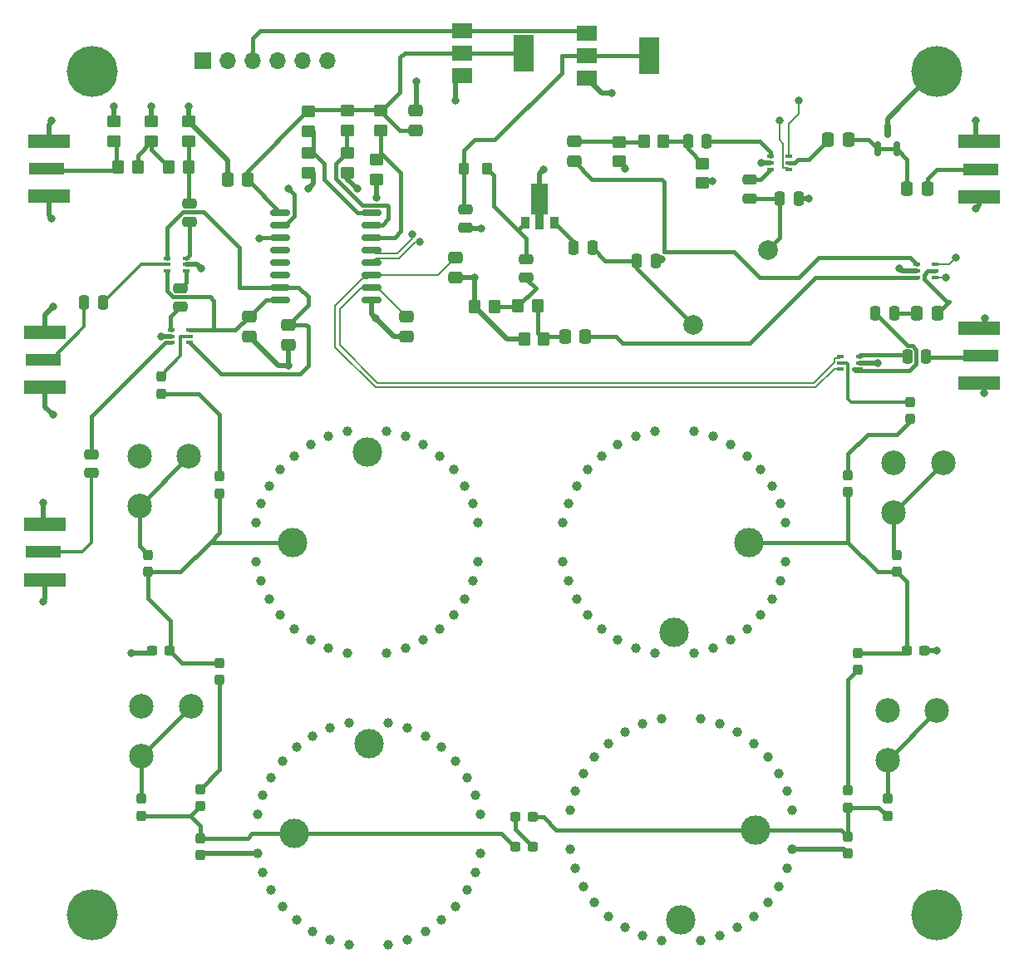
<source format=gbr>
%TF.GenerationSoftware,KiCad,Pcbnew,7.0.7*%
%TF.CreationDate,2023-11-03T16:15:28+00:00*%
%TF.ProjectId,RXLNA,52584c4e-412e-46b6-9963-61645f706362,rev?*%
%TF.SameCoordinates,Original*%
%TF.FileFunction,Copper,L4,Bot*%
%TF.FilePolarity,Positive*%
%FSLAX46Y46*%
G04 Gerber Fmt 4.6, Leading zero omitted, Abs format (unit mm)*
G04 Created by KiCad (PCBNEW 7.0.7) date 2023-11-03 16:15:28*
%MOMM*%
%LPD*%
G01*
G04 APERTURE LIST*
G04 Aperture macros list*
%AMRoundRect*
0 Rectangle with rounded corners*
0 $1 Rounding radius*
0 $2 $3 $4 $5 $6 $7 $8 $9 X,Y pos of 4 corners*
0 Add a 4 corners polygon primitive as box body*
4,1,4,$2,$3,$4,$5,$6,$7,$8,$9,$2,$3,0*
0 Add four circle primitives for the rounded corners*
1,1,$1+$1,$2,$3*
1,1,$1+$1,$4,$5*
1,1,$1+$1,$6,$7*
1,1,$1+$1,$8,$9*
0 Add four rect primitives between the rounded corners*
20,1,$1+$1,$2,$3,$4,$5,0*
20,1,$1+$1,$4,$5,$6,$7,0*
20,1,$1+$1,$6,$7,$8,$9,0*
20,1,$1+$1,$8,$9,$2,$3,0*%
%AMFreePoly0*
4,1,9,3.862500,-0.866500,0.737500,-0.866500,0.737500,-0.450000,-0.737500,-0.450000,-0.737500,0.450000,0.737500,0.450000,0.737500,0.866500,3.862500,0.866500,3.862500,-0.866500,3.862500,-0.866500,$1*%
G04 Aperture macros list end*
%TA.AperFunction,ComponentPad*%
%ADD10C,2.000000*%
%TD*%
%TA.AperFunction,ComponentPad*%
%ADD11C,3.000000*%
%TD*%
%TA.AperFunction,ComponentPad*%
%ADD12C,1.000000*%
%TD*%
%TA.AperFunction,ComponentPad*%
%ADD13C,2.500000*%
%TD*%
%TA.AperFunction,ComponentPad*%
%ADD14R,1.700000X1.700000*%
%TD*%
%TA.AperFunction,ComponentPad*%
%ADD15O,1.700000X1.700000*%
%TD*%
%TA.AperFunction,ComponentPad*%
%ADD16C,5.200000*%
%TD*%
%TA.AperFunction,SMDPad,CuDef*%
%ADD17RoundRect,0.250000X-0.450000X0.350000X-0.450000X-0.350000X0.450000X-0.350000X0.450000X0.350000X0*%
%TD*%
%TA.AperFunction,SMDPad,CuDef*%
%ADD18RoundRect,0.250000X0.475000X-0.250000X0.475000X0.250000X-0.475000X0.250000X-0.475000X-0.250000X0*%
%TD*%
%TA.AperFunction,SMDPad,CuDef*%
%ADD19R,2.000000X1.500000*%
%TD*%
%TA.AperFunction,SMDPad,CuDef*%
%ADD20R,2.000000X3.800000*%
%TD*%
%TA.AperFunction,SMDPad,CuDef*%
%ADD21RoundRect,0.250000X0.337500X0.475000X-0.337500X0.475000X-0.337500X-0.475000X0.337500X-0.475000X0*%
%TD*%
%TA.AperFunction,SMDPad,CuDef*%
%ADD22RoundRect,0.250000X-0.475000X0.250000X-0.475000X-0.250000X0.475000X-0.250000X0.475000X0.250000X0*%
%TD*%
%TA.AperFunction,SMDPad,CuDef*%
%ADD23RoundRect,0.237500X-0.300000X-0.237500X0.300000X-0.237500X0.300000X0.237500X-0.300000X0.237500X0*%
%TD*%
%TA.AperFunction,SMDPad,CuDef*%
%ADD24RoundRect,0.250000X0.450000X-0.350000X0.450000X0.350000X-0.450000X0.350000X-0.450000X-0.350000X0*%
%TD*%
%TA.AperFunction,SMDPad,CuDef*%
%ADD25R,0.650000X0.400000*%
%TD*%
%TA.AperFunction,SMDPad,CuDef*%
%ADD26R,3.600000X1.270000*%
%TD*%
%TA.AperFunction,SMDPad,CuDef*%
%ADD27R,4.200000X1.350000*%
%TD*%
%TA.AperFunction,SMDPad,CuDef*%
%ADD28RoundRect,0.237500X0.300000X0.237500X-0.300000X0.237500X-0.300000X-0.237500X0.300000X-0.237500X0*%
%TD*%
%TA.AperFunction,SMDPad,CuDef*%
%ADD29RoundRect,0.250000X-0.250000X-0.475000X0.250000X-0.475000X0.250000X0.475000X-0.250000X0.475000X0*%
%TD*%
%TA.AperFunction,SMDPad,CuDef*%
%ADD30RoundRect,0.250000X-0.350000X-0.450000X0.350000X-0.450000X0.350000X0.450000X-0.350000X0.450000X0*%
%TD*%
%TA.AperFunction,SMDPad,CuDef*%
%ADD31RoundRect,0.250000X0.250000X0.475000X-0.250000X0.475000X-0.250000X-0.475000X0.250000X-0.475000X0*%
%TD*%
%TA.AperFunction,SMDPad,CuDef*%
%ADD32RoundRect,0.250000X0.475000X-0.337500X0.475000X0.337500X-0.475000X0.337500X-0.475000X-0.337500X0*%
%TD*%
%TA.AperFunction,SMDPad,CuDef*%
%ADD33RoundRect,0.237500X0.237500X-0.300000X0.237500X0.300000X-0.237500X0.300000X-0.237500X-0.300000X0*%
%TD*%
%TA.AperFunction,SMDPad,CuDef*%
%ADD34RoundRect,0.250000X0.350000X0.450000X-0.350000X0.450000X-0.350000X-0.450000X0.350000X-0.450000X0*%
%TD*%
%TA.AperFunction,SMDPad,CuDef*%
%ADD35RoundRect,0.250000X-0.475000X0.337500X-0.475000X-0.337500X0.475000X-0.337500X0.475000X0.337500X0*%
%TD*%
%TA.AperFunction,SMDPad,CuDef*%
%ADD36RoundRect,0.250000X-0.275000X-0.350000X0.275000X-0.350000X0.275000X0.350000X-0.275000X0.350000X0*%
%TD*%
%TA.AperFunction,SMDPad,CuDef*%
%ADD37RoundRect,0.150000X0.150000X-0.587500X0.150000X0.587500X-0.150000X0.587500X-0.150000X-0.587500X0*%
%TD*%
%TA.AperFunction,SMDPad,CuDef*%
%ADD38RoundRect,0.237500X-0.237500X0.300000X-0.237500X-0.300000X0.237500X-0.300000X0.237500X0.300000X0*%
%TD*%
%TA.AperFunction,SMDPad,CuDef*%
%ADD39RoundRect,0.150000X0.875000X0.150000X-0.875000X0.150000X-0.875000X-0.150000X0.875000X-0.150000X0*%
%TD*%
%TA.AperFunction,SMDPad,CuDef*%
%ADD40R,0.900000X1.300000*%
%TD*%
%TA.AperFunction,SMDPad,CuDef*%
%ADD41FreePoly0,90.000000*%
%TD*%
%TA.AperFunction,ViaPad*%
%ADD42C,0.800000*%
%TD*%
%TA.AperFunction,Conductor*%
%ADD43C,0.500000*%
%TD*%
%TA.AperFunction,Conductor*%
%ADD44C,0.400000*%
%TD*%
%TA.AperFunction,Conductor*%
%ADD45C,0.300000*%
%TD*%
%TA.AperFunction,Conductor*%
%ADD46C,0.200000*%
%TD*%
G04 APERTURE END LIST*
D10*
%TO.P,L401,1,1*%
%TO.N,Net-(C416-Pad1)*%
X175810000Y-83190000D03*
%TO.P,L401,2,2*%
%TO.N,Net-(C418-Pad1)*%
X168190000Y-90810000D03*
%TD*%
D11*
%TO.P,L403,1,1*%
%TO.N,Net-(C426-Pad1)*%
X127380000Y-113000000D03*
D12*
%TO.P,L403,2,2*%
%TO.N,GND*%
X126190489Y-120392058D03*
X143809511Y-105607942D03*
X126190489Y-105607942D03*
X140750000Y-103040708D03*
X136996954Y-101674711D03*
X146325289Y-114996954D03*
X143809511Y-120392058D03*
X124193535Y-116933232D03*
X144959292Y-107250000D03*
X133003046Y-101674711D03*
X146325289Y-111003046D03*
X127607942Y-104190489D03*
X127607942Y-121809511D03*
X131066768Y-102193535D03*
X129250000Y-122959292D03*
X123674711Y-111003046D03*
X138933232Y-102193535D03*
D11*
X135000000Y-103800000D03*
D12*
X142392058Y-104190489D03*
X129250000Y-103040708D03*
X140750000Y-122959292D03*
X145806465Y-109066768D03*
X138933232Y-123806465D03*
X131066768Y-123806465D03*
X145806465Y-116933232D03*
X125040708Y-118750000D03*
X142392058Y-121809511D03*
X124193535Y-109066768D03*
X144959292Y-118750000D03*
X125040708Y-107250000D03*
X133003046Y-124325289D03*
X136996954Y-124325289D03*
X123674711Y-114996954D03*
%TD*%
D13*
%TO.P,C439,1*%
%TO.N,Net-(C438-Pad2)*%
X188000000Y-135240000D03*
X193070000Y-130160000D03*
%TO.P,C439,2*%
%TO.N,GND*%
X188000000Y-130160000D03*
%TD*%
%TO.P,C429,1*%
%TO.N,Net-(C428-Pad2)*%
X111800000Y-109280000D03*
X116870000Y-104200000D03*
%TO.P,C429,2*%
%TO.N,GND*%
X111800000Y-104200000D03*
%TD*%
D11*
%TO.P,L406,1,1*%
%TO.N,Net-(C441-Pad1)*%
X173920000Y-113000000D03*
D12*
%TO.P,L406,2,2*%
%TO.N,GND*%
X162366768Y-102193535D03*
X160550000Y-122959292D03*
X155493535Y-109066768D03*
X156340708Y-107250000D03*
D11*
X166300000Y-122200000D03*
D12*
X177106465Y-116933232D03*
X175109511Y-120392058D03*
X164303046Y-101674711D03*
X176259292Y-107250000D03*
X156340708Y-118750000D03*
X176259292Y-118750000D03*
X173692058Y-104190489D03*
X158907942Y-104190489D03*
X172050000Y-122959292D03*
X168296954Y-101674711D03*
X157490489Y-120392058D03*
X172050000Y-103040708D03*
X173692058Y-121809511D03*
X160550000Y-103040708D03*
X177106465Y-109066768D03*
X154974711Y-111003046D03*
X168296954Y-124325289D03*
X154974711Y-114996954D03*
X175109511Y-105607942D03*
X170233232Y-102193535D03*
X162366768Y-123806465D03*
X177625289Y-111003046D03*
X177625289Y-114996954D03*
X155493535Y-116933232D03*
X164303046Y-124325289D03*
X157490489Y-105607942D03*
X158907942Y-121809511D03*
X170233232Y-123806465D03*
%TD*%
D13*
%TO.P,C444,1*%
%TO.N,Net-(C443-Pad2)*%
X193730000Y-104860000D03*
X188660000Y-109940000D03*
%TO.P,C444,2*%
%TO.N,GND*%
X188660000Y-104860000D03*
%TD*%
D14*
%TO.P,J404,1,Pin_1*%
%TO.N,GND*%
X118300000Y-63900000D03*
D15*
%TO.P,J404,2,Pin_2*%
X120840000Y-63900000D03*
%TO.P,J404,3,Pin_3*%
%TO.N,+12V*%
X123380000Y-63900000D03*
%TO.P,J404,4,Pin_4*%
%TO.N,GND*%
X125920000Y-63900000D03*
%TO.P,J404,5,Pin_5*%
%TO.N,/PIN Switch/SCL_Slave*%
X128460000Y-63900000D03*
%TO.P,J404,6,Pin_6*%
%TO.N,/PIN Switch/SDA_Slave*%
X131000000Y-63900000D03*
%TD*%
D11*
%TO.P,L405,1,1*%
%TO.N,Net-(C436-Pad1)*%
X174620000Y-142300000D03*
D12*
%TO.P,L405,2,2*%
%TO.N,GND*%
X168996954Y-130974711D03*
X176959292Y-148050000D03*
X175809511Y-134907942D03*
X161250000Y-152259292D03*
X178325289Y-144296954D03*
X156193535Y-138366768D03*
X176959292Y-136550000D03*
X177806465Y-138366768D03*
X155674711Y-140303046D03*
X172750000Y-132340708D03*
X159607942Y-151109511D03*
X174392058Y-133490489D03*
D11*
X167000000Y-151500000D03*
D12*
X158190489Y-149692058D03*
X170933232Y-153106465D03*
X175809511Y-149692058D03*
X155674711Y-144296954D03*
X157040708Y-148050000D03*
X161250000Y-132340708D03*
X158190489Y-134907942D03*
X165003046Y-130974711D03*
X178325289Y-140303046D03*
X159607942Y-133490489D03*
X174392058Y-151109511D03*
X170933232Y-131493535D03*
X177806465Y-146233232D03*
X156193535Y-146233232D03*
X168996954Y-153625289D03*
X163066768Y-131493535D03*
X165003046Y-153625289D03*
X157040708Y-136550000D03*
X172750000Y-152259292D03*
X163066768Y-153106465D03*
%TD*%
D11*
%TO.P,L404,1,1*%
%TO.N,Net-(C431-Pad1)*%
X127580000Y-142700000D03*
D12*
%TO.P,L404,2,2*%
%TO.N,GND*%
X124393535Y-138766768D03*
X146006465Y-146633232D03*
X146525289Y-144696954D03*
X131266768Y-153506465D03*
X129450000Y-152659292D03*
X145159292Y-136950000D03*
X124393535Y-146633232D03*
X127807942Y-151509511D03*
X144009511Y-150092058D03*
X127807942Y-133890489D03*
D11*
X135200000Y-133500000D03*
D12*
X125240708Y-148450000D03*
X139133232Y-131893535D03*
X133203046Y-154025289D03*
X146525289Y-140703046D03*
X123874711Y-140703046D03*
X140950000Y-152659292D03*
X142592058Y-151509511D03*
X145159292Y-148450000D03*
X131266768Y-131893535D03*
X133203046Y-131374711D03*
X129450000Y-132740708D03*
X137196954Y-131374711D03*
X126390489Y-150092058D03*
X139133232Y-153506465D03*
X126390489Y-135307942D03*
X140950000Y-132740708D03*
X125240708Y-136950000D03*
X137196954Y-154025289D03*
X142592058Y-133890489D03*
X123874711Y-144696954D03*
X146006465Y-138766768D03*
X144009511Y-135307942D03*
%TD*%
D13*
%TO.P,C434,1*%
%TO.N,Net-(C433-Pad2)*%
X112030000Y-134780000D03*
X117100000Y-129700000D03*
%TO.P,C434,2*%
%TO.N,GND*%
X112030000Y-129700000D03*
%TD*%
D16*
%TO.P,J405,1,Pin_1*%
%TO.N,GND*%
X193000000Y-151000000D03*
X193000000Y-65000000D03*
X107000000Y-151000000D03*
X107000000Y-65000000D03*
%TD*%
D17*
%TO.P,R406,1*%
%TO.N,+3.3V*%
X129000000Y-69120000D03*
%TO.P,R406,2*%
%TO.N,Net-(U406-A0)*%
X129000000Y-71120000D03*
%TD*%
D18*
%TO.P,C404,1*%
%TO.N,Net-(U402-J2)*%
X116000000Y-89000000D03*
%TO.P,C404,2*%
%TO.N,Net-(U401-J2)*%
X116000000Y-87100000D03*
%TD*%
D19*
%TO.P,U405,1,GND*%
%TO.N,GND*%
X144650000Y-65460000D03*
D20*
%TO.P,U405,2,VO*%
%TO.N,+3.3V*%
X150950000Y-63160000D03*
D19*
X144650000Y-63160000D03*
%TO.P,U405,3,VI*%
%TO.N,+12V*%
X144650000Y-60860000D03*
%TD*%
D21*
%TO.P,C424,1*%
%TO.N,Net-(U409-J1)*%
X193100000Y-89700000D03*
%TO.P,C424,2*%
%TO.N,Rx_LNA_OP*%
X191025000Y-89700000D03*
%TD*%
D17*
%TO.P,R408,1*%
%TO.N,+3.3V*%
X133000000Y-69020000D03*
%TO.P,R408,2*%
%TO.N,Net-(U406-A1)*%
X133000000Y-71020000D03*
%TD*%
D19*
%TO.P,U403,1,GND*%
%TO.N,GND*%
X157400000Y-65700000D03*
D20*
%TO.P,U403,2,VO*%
%TO.N,+5V*%
X163700000Y-63400000D03*
D19*
X157400000Y-63400000D03*
%TO.P,U403,3,VI*%
%TO.N,+12V*%
X157400000Y-61100000D03*
%TD*%
D18*
%TO.P,C416,1*%
%TO.N,Net-(C416-Pad1)*%
X174000000Y-77950000D03*
%TO.P,C416,2*%
%TO.N,/LNA/+25dBm max*%
X174000000Y-76050000D03*
%TD*%
D22*
%TO.P,C421,1*%
%TO.N,Net-(C421-Pad1)*%
X151250000Y-84140000D03*
%TO.P,C421,2*%
%TO.N,Net-(C421-Pad2)*%
X151250000Y-86040000D03*
%TD*%
D23*
%TO.P,C442,1*%
%TO.N,Net-(C441-Pad1)*%
X190000000Y-124000000D03*
%TO.P,C442,2*%
%TO.N,GND*%
X191725000Y-124000000D03*
%TD*%
D24*
%TO.P,R403,1*%
%TO.N,Net-(R402-Pad1)*%
X113030000Y-72120000D03*
%TO.P,R403,2*%
%TO.N,GND*%
X113030000Y-70120000D03*
%TD*%
D17*
%TO.P,R411,1*%
%TO.N,Net-(U406-A2)*%
X136000000Y-74000000D03*
%TO.P,R411,2*%
%TO.N,GND*%
X136000000Y-76000000D03*
%TD*%
%TO.P,R414,1*%
%TO.N,Net-(C423-Pad2)*%
X160700000Y-72200000D03*
%TO.P,R414,2*%
%TO.N,GND*%
X160700000Y-74200000D03*
%TD*%
D21*
%TO.P,C411,1*%
%TO.N,+3.3V*%
X122847500Y-76000000D03*
%TO.P,C411,2*%
%TO.N,GND*%
X120772500Y-76000000D03*
%TD*%
D25*
%TO.P,U402,1,J3*%
%TO.N,Net-(U402-J3)*%
X115050000Y-92650000D03*
%TO.P,U402,2,GND*%
%TO.N,GND*%
X115050000Y-92000000D03*
%TO.P,U402,3,J2*%
%TO.N,Net-(U402-J2)*%
X115050000Y-91350000D03*
%TO.P,U402,4,V1*%
%TO.N,/PIN Switch/Tx_Enable*%
X116950000Y-91350000D03*
%TO.P,U402,5,J1*%
%TO.N,BPF_In*%
X116950000Y-92000000D03*
%TO.P,U402,6,V2*%
%TO.N,/PIN Switch/Rx_Enable*%
X116950000Y-92650000D03*
%TD*%
D21*
%TO.P,C413,1*%
%TO.N,RxIP*%
X192075000Y-77000000D03*
%TO.P,C413,2*%
%TO.N,/LNA/PIN Limiter*%
X190000000Y-77000000D03*
%TD*%
D26*
%TO.P,J407,1,In*%
%TO.N,RxIP*%
X197537500Y-75000000D03*
D27*
%TO.P,J407,2,Ext*%
%TO.N,GND*%
X197337500Y-72175000D03*
X197337500Y-77825000D03*
%TD*%
D28*
%TO.P,C435,1*%
%TO.N,Net-(C435-Pad1)*%
X151862500Y-144000000D03*
%TO.P,C435,2*%
%TO.N,Net-(C431-Pad1)*%
X150137500Y-144000000D03*
%TD*%
D25*
%TO.P,U401,1,J3*%
%TO.N,Net-(U401-J3)*%
X116550000Y-84050000D03*
%TO.P,U401,2,GND*%
%TO.N,GND*%
X116550000Y-84700000D03*
%TO.P,U401,3,J2*%
%TO.N,Net-(U401-J2)*%
X116550000Y-85350000D03*
%TO.P,U401,4,V1*%
%TO.N,/PIN Switch/Tx_Enable*%
X114650000Y-85350000D03*
%TO.P,U401,5,J1*%
%TO.N,Net-(U401-J1)*%
X114650000Y-84700000D03*
%TO.P,U401,6,V2*%
%TO.N,/PIN Switch/Rx_Enable*%
X114650000Y-84050000D03*
%TD*%
D26*
%TO.P,J401,1,In*%
%TO.N,/PIN Switch/LimeRx*%
X102000000Y-94400000D03*
D27*
%TO.P,J401,2,Ext*%
%TO.N,GND*%
X102200000Y-91575000D03*
X102200000Y-97225000D03*
%TD*%
D17*
%TO.P,R409,1*%
%TO.N,Net-(U406-A1)*%
X133000000Y-73320000D03*
%TO.P,R409,2*%
%TO.N,GND*%
X133000000Y-75320000D03*
%TD*%
D28*
%TO.P,C427,1*%
%TO.N,Net-(C426-Pad1)*%
X114862500Y-124000000D03*
%TO.P,C427,2*%
%TO.N,GND*%
X113137500Y-124000000D03*
%TD*%
D26*
%TO.P,J403,1,In*%
%TO.N,Net-(J403-In)*%
X102382500Y-74930000D03*
D27*
%TO.P,J403,2,Ext*%
%TO.N,GND*%
X102582500Y-72105000D03*
X102582500Y-77755000D03*
%TD*%
D29*
%TO.P,C418,1*%
%TO.N,Net-(C418-Pad1)*%
X162500000Y-84300000D03*
%TO.P,C418,2*%
%TO.N,GND*%
X164400000Y-84300000D03*
%TD*%
D30*
%TO.P,R416,1*%
%TO.N,Net-(C421-Pad2)*%
X150400000Y-88900000D03*
%TO.P,R416,2*%
%TO.N,Net-(C422-Pad2)*%
X152400000Y-88900000D03*
%TD*%
D24*
%TO.P,R401,1*%
%TO.N,Net-(C403-Pad2)*%
X116840000Y-72120000D03*
%TO.P,R401,2*%
%TO.N,GND*%
X116840000Y-70120000D03*
%TD*%
D31*
%TO.P,C415,1*%
%TO.N,Net-(U407-J2)*%
X169600000Y-72100000D03*
%TO.P,C415,2*%
%TO.N,Net-(C415-Pad2)*%
X167700000Y-72100000D03*
%TD*%
D25*
%TO.P,U407,1,J3*%
%TO.N,/LNA/+25dBm max*%
X176100000Y-75000000D03*
%TO.P,U407,2,GND*%
%TO.N,GND*%
X176100000Y-74350000D03*
%TO.P,U407,3,J2*%
%TO.N,Net-(U407-J2)*%
X176100000Y-73700000D03*
%TO.P,U407,4,V1*%
%TO.N,LNA_N*%
X178000000Y-73700000D03*
%TO.P,U407,5,J1*%
%TO.N,Net-(U407-J1)*%
X178000000Y-74350000D03*
%TO.P,U407,6,V2*%
%TO.N,LNA_P*%
X178000000Y-75000000D03*
%TD*%
%TO.P,U404,1,J3*%
%TO.N,Net-(U404-J3)*%
X185150000Y-94050000D03*
%TO.P,U404,2,GND*%
%TO.N,GND*%
X185150000Y-94700000D03*
%TO.P,U404,3,J2*%
%TO.N,Net-(U404-J2)*%
X185150000Y-95350000D03*
%TO.P,U404,4,V1*%
%TO.N,/PIN Switch/Tx_P*%
X183250000Y-95350000D03*
%TO.P,U404,5,J1*%
%TO.N,BPF_Out*%
X183250000Y-94700000D03*
%TO.P,U404,6,V2*%
%TO.N,/PIN Switch/Tx_N*%
X183250000Y-94050000D03*
%TD*%
D32*
%TO.P,C409,1*%
%TO.N,+3.3V*%
X139962500Y-71037500D03*
%TO.P,C409,2*%
%TO.N,GND*%
X139962500Y-68962500D03*
%TD*%
D33*
%TO.P,C438,1*%
%TO.N,Net-(C436-Pad1)*%
X188000000Y-140862500D03*
%TO.P,C438,2*%
%TO.N,Net-(C438-Pad2)*%
X188000000Y-139137500D03*
%TD*%
D29*
%TO.P,C419,1*%
%TO.N,Net-(C419-Pad1)*%
X156050000Y-83000000D03*
%TO.P,C419,2*%
%TO.N,Net-(C418-Pad1)*%
X157950000Y-83000000D03*
%TD*%
D32*
%TO.P,C423,1*%
%TO.N,Net-(U409-J2)*%
X156100000Y-74175000D03*
%TO.P,C423,2*%
%TO.N,Net-(C423-Pad2)*%
X156100000Y-72100000D03*
%TD*%
D24*
%TO.P,R405,1*%
%TO.N,Net-(J403-In)*%
X109220000Y-72120000D03*
%TO.P,R405,2*%
%TO.N,GND*%
X109220000Y-70120000D03*
%TD*%
D34*
%TO.P,R415,1*%
%TO.N,Net-(C421-Pad2)*%
X148000000Y-89000000D03*
%TO.P,R415,2*%
%TO.N,GND*%
X146000000Y-89000000D03*
%TD*%
D18*
%TO.P,C403,1*%
%TO.N,Net-(U401-J3)*%
X116900000Y-80350000D03*
%TO.P,C403,2*%
%TO.N,Net-(C403-Pad2)*%
X116900000Y-78450000D03*
%TD*%
D35*
%TO.P,C407,1*%
%TO.N,/PIN Switch/Tx_N*%
X139000000Y-89962500D03*
%TO.P,C407,2*%
%TO.N,GND*%
X139000000Y-92037500D03*
%TD*%
D34*
%TO.P,R417,1*%
%TO.N,Net-(C422-Pad2)*%
X153000000Y-92300000D03*
%TO.P,R417,2*%
%TO.N,GND*%
X151000000Y-92300000D03*
%TD*%
D26*
%TO.P,J406,1,In*%
%TO.N,/PIN Switch/Tx_Drive*%
X197537500Y-93980000D03*
D27*
%TO.P,J406,2,Ext*%
%TO.N,GND*%
X197337500Y-91155000D03*
X197337500Y-96805000D03*
%TD*%
D33*
%TO.P,C431,1*%
%TO.N,Net-(C431-Pad1)*%
X118000000Y-139862500D03*
%TO.P,C431,2*%
%TO.N,Net-(C430-Pad1)*%
X118000000Y-138137500D03*
%TD*%
D25*
%TO.P,U409,1,J3*%
%TO.N,Net-(U409-J3)*%
X191000000Y-86000000D03*
%TO.P,U409,2,GND*%
%TO.N,GND*%
X191000000Y-85350000D03*
%TO.P,U409,3,J2*%
%TO.N,Net-(U409-J2)*%
X191000000Y-84700000D03*
%TO.P,U409,4,V1*%
%TO.N,LNA_N*%
X192900000Y-84700000D03*
%TO.P,U409,5,J1*%
%TO.N,Net-(U409-J1)*%
X192900000Y-85350000D03*
%TO.P,U409,6,V2*%
%TO.N,LNA_P*%
X192900000Y-86000000D03*
%TD*%
D29*
%TO.P,C412,1*%
%TO.N,Net-(U404-J2)*%
X186800000Y-89700000D03*
%TO.P,C412,2*%
%TO.N,Rx_LNA_OP*%
X188700000Y-89700000D03*
%TD*%
D30*
%TO.P,R402,1*%
%TO.N,Net-(R402-Pad1)*%
X114840000Y-74760000D03*
%TO.P,R402,2*%
%TO.N,Net-(C403-Pad2)*%
X116840000Y-74760000D03*
%TD*%
D36*
%TO.P,L402,1,1*%
%TO.N,+5V*%
X144900000Y-74930000D03*
%TO.P,L402,2,2*%
%TO.N,Net-(C421-Pad1)*%
X147200000Y-74930000D03*
%TD*%
D17*
%TO.P,R410,1*%
%TO.N,+3.3V*%
X136420000Y-69000000D03*
%TO.P,R410,2*%
%TO.N,Net-(U406-A2)*%
X136420000Y-71000000D03*
%TD*%
D37*
%TO.P,D401,1,K*%
%TO.N,/LNA/PIN Limiter*%
X188950000Y-72937500D03*
%TO.P,D401,2,K*%
X187050000Y-72937500D03*
%TO.P,D401,3,A*%
%TO.N,GND*%
X188000000Y-71062500D03*
%TD*%
D29*
%TO.P,C410,1*%
%TO.N,Net-(U404-J3)*%
X190050000Y-94100000D03*
%TO.P,C410,2*%
%TO.N,/PIN Switch/Tx_Drive*%
X191950000Y-94100000D03*
%TD*%
D22*
%TO.P,C420,1*%
%TO.N,+5V*%
X145000000Y-79050000D03*
%TO.P,C420,2*%
%TO.N,GND*%
X145000000Y-80950000D03*
%TD*%
D38*
%TO.P,C446,1*%
%TO.N,BPF_Out*%
X190300000Y-98700000D03*
%TO.P,C446,2*%
%TO.N,Net-(C445-Pad1)*%
X190300000Y-100425000D03*
%TD*%
D35*
%TO.P,C405,1*%
%TO.N,/PIN Switch/Rx_Enable*%
X127000000Y-90805000D03*
%TO.P,C405,2*%
%TO.N,GND*%
X127000000Y-92880000D03*
%TD*%
D39*
%TO.P,U406,1,A0*%
%TO.N,Net-(U406-A0)*%
X135460000Y-79375000D03*
%TO.P,U406,2,A1*%
%TO.N,Net-(U406-A1)*%
X135460000Y-80645000D03*
%TO.P,U406,3,A2*%
%TO.N,Net-(U406-A2)*%
X135460000Y-81915000D03*
%TO.P,U406,4,P0*%
%TO.N,LNA_N*%
X135460000Y-83185000D03*
%TO.P,U406,5,P1*%
%TO.N,LNA_P*%
X135460000Y-84455000D03*
%TO.P,U406,6,P2*%
%TO.N,/PIN Switch/Tx_P*%
X135460000Y-85725000D03*
%TO.P,U406,7,P3*%
%TO.N,/PIN Switch/Tx_N*%
X135460000Y-86995000D03*
%TO.P,U406,8,VSS*%
%TO.N,GND*%
X135460000Y-88265000D03*
%TO.P,U406,9,P4*%
%TO.N,/PIN Switch/Tx_Enable*%
X126160000Y-88265000D03*
%TO.P,U406,10,P5*%
%TO.N,/PIN Switch/Rx_Enable*%
X126160000Y-86995000D03*
%TO.P,U406,11,P6*%
%TO.N,unconnected-(U406-P6-Pad11)*%
X126160000Y-85725000D03*
%TO.P,U406,12,P7*%
%TO.N,unconnected-(U406-P7-Pad12)*%
X126160000Y-84455000D03*
%TO.P,U406,13,~{INT}*%
%TO.N,unconnected-(U406-~{INT}-Pad13)*%
X126160000Y-83185000D03*
%TO.P,U406,14,SCL*%
%TO.N,/PIN Switch/SCL_Slave*%
X126160000Y-81915000D03*
%TO.P,U406,15,SDA*%
%TO.N,/PIN Switch/SDA_Slave*%
X126160000Y-80645000D03*
%TO.P,U406,16,VDD*%
%TO.N,+3.3V*%
X126160000Y-79375000D03*
%TD*%
D33*
%TO.P,C425,1*%
%TO.N,Net-(C425-Pad1)*%
X114000000Y-97862500D03*
%TO.P,C425,2*%
%TO.N,BPF_In*%
X114000000Y-96137500D03*
%TD*%
D21*
%TO.P,C422,1*%
%TO.N,Net-(U409-J3)*%
X157247500Y-92000000D03*
%TO.P,C422,2*%
%TO.N,Net-(C422-Pad2)*%
X155172500Y-92000000D03*
%TD*%
D33*
%TO.P,C443,1*%
%TO.N,Net-(C441-Pad1)*%
X189000000Y-116000000D03*
%TO.P,C443,2*%
%TO.N,Net-(C443-Pad2)*%
X189000000Y-114275000D03*
%TD*%
D26*
%TO.P,J402,1,In*%
%TO.N,/PIN Switch/LimeTx*%
X102000000Y-114000000D03*
D27*
%TO.P,J402,2,Ext*%
%TO.N,GND*%
X102200000Y-111175000D03*
X102200000Y-116825000D03*
%TD*%
D34*
%TO.P,R413,1*%
%TO.N,Net-(C415-Pad2)*%
X165200000Y-72100000D03*
%TO.P,R413,2*%
%TO.N,Net-(C423-Pad2)*%
X163200000Y-72100000D03*
%TD*%
D35*
%TO.P,C408,1*%
%TO.N,/PIN Switch/Tx_P*%
X144000000Y-83962500D03*
%TO.P,C408,2*%
%TO.N,GND*%
X144000000Y-86037500D03*
%TD*%
%TO.P,C406,1*%
%TO.N,/PIN Switch/Tx_Enable*%
X123000000Y-89962500D03*
%TO.P,C406,2*%
%TO.N,GND*%
X123000000Y-92037500D03*
%TD*%
D22*
%TO.P,C402,1*%
%TO.N,Net-(U402-J3)*%
X106950000Y-104050000D03*
%TO.P,C402,2*%
%TO.N,/PIN Switch/LimeTx*%
X106950000Y-105950000D03*
%TD*%
D21*
%TO.P,C414,1*%
%TO.N,/LNA/PIN Limiter*%
X184037500Y-72000000D03*
%TO.P,C414,2*%
%TO.N,Net-(U407-J1)*%
X181962500Y-72000000D03*
%TD*%
D38*
%TO.P,C445,1*%
%TO.N,Net-(C445-Pad1)*%
X184000000Y-106137500D03*
%TO.P,C445,2*%
%TO.N,Net-(C441-Pad1)*%
X184000000Y-107862500D03*
%TD*%
%TO.P,C441,1*%
%TO.N,Net-(C441-Pad1)*%
X185000000Y-124275000D03*
%TO.P,C441,2*%
%TO.N,Net-(C440-Pad1)*%
X185000000Y-126000000D03*
%TD*%
D30*
%TO.P,R404,1*%
%TO.N,Net-(J403-In)*%
X109640000Y-74760000D03*
%TO.P,R404,2*%
%TO.N,Net-(R402-Pad1)*%
X111640000Y-74760000D03*
%TD*%
D33*
%TO.P,C430,1*%
%TO.N,Net-(C430-Pad1)*%
X120000000Y-127000000D03*
%TO.P,C430,2*%
%TO.N,Net-(C426-Pad1)*%
X120000000Y-125275000D03*
%TD*%
D17*
%TO.P,R412,1*%
%TO.N,Net-(C415-Pad2)*%
X169200000Y-74400000D03*
%TO.P,R412,2*%
%TO.N,GND*%
X169200000Y-76400000D03*
%TD*%
D33*
%TO.P,C433,1*%
%TO.N,Net-(C431-Pad1)*%
X112000000Y-140862500D03*
%TO.P,C433,2*%
%TO.N,Net-(C433-Pad2)*%
X112000000Y-139137500D03*
%TD*%
D38*
%TO.P,C432,1*%
%TO.N,Net-(C431-Pad1)*%
X118000000Y-143137500D03*
%TO.P,C432,2*%
%TO.N,GND*%
X118000000Y-144862500D03*
%TD*%
D33*
%TO.P,C426,1*%
%TO.N,Net-(C426-Pad1)*%
X120000000Y-108000000D03*
%TO.P,C426,2*%
%TO.N,Net-(C425-Pad1)*%
X120000000Y-106275000D03*
%TD*%
D29*
%TO.P,C417,1*%
%TO.N,Net-(C416-Pad1)*%
X177050000Y-78000000D03*
%TO.P,C417,2*%
%TO.N,GND*%
X178950000Y-78000000D03*
%TD*%
D33*
%TO.P,C428,1*%
%TO.N,Net-(C426-Pad1)*%
X112700000Y-116025000D03*
%TO.P,C428,2*%
%TO.N,Net-(C428-Pad2)*%
X112700000Y-114300000D03*
%TD*%
D28*
%TO.P,C436,1*%
%TO.N,Net-(C436-Pad1)*%
X151862500Y-141000000D03*
%TO.P,C436,2*%
%TO.N,Net-(C435-Pad1)*%
X150137500Y-141000000D03*
%TD*%
D17*
%TO.P,R407,1*%
%TO.N,Net-(U406-A0)*%
X129000000Y-73320000D03*
%TO.P,R407,2*%
%TO.N,GND*%
X129000000Y-75320000D03*
%TD*%
D31*
%TO.P,C401,1*%
%TO.N,Net-(U401-J1)*%
X108100000Y-88600000D03*
%TO.P,C401,2*%
%TO.N,/PIN Switch/LimeRx*%
X106200000Y-88600000D03*
%TD*%
D38*
%TO.P,C440,1*%
%TO.N,Net-(C440-Pad1)*%
X184000000Y-138275000D03*
%TO.P,C440,2*%
%TO.N,Net-(C436-Pad1)*%
X184000000Y-140000000D03*
%TD*%
%TO.P,C437,1*%
%TO.N,Net-(C436-Pad1)*%
X184000000Y-143000000D03*
%TO.P,C437,2*%
%TO.N,GND*%
X184000000Y-144725000D03*
%TD*%
D40*
%TO.P,U408,1*%
%TO.N,Net-(C419-Pad1)*%
X154100000Y-80450000D03*
D41*
%TO.P,U408,2,GND*%
%TO.N,GND*%
X152600000Y-80362500D03*
D40*
%TO.P,U408,3*%
%TO.N,Net-(C421-Pad1)*%
X151100000Y-80450000D03*
%TD*%
D42*
%TO.N,GND*%
X197000000Y-79000000D03*
X187000000Y-94715500D03*
X118110000Y-85090000D03*
X103000000Y-89000000D03*
X197880000Y-97790000D03*
X159890000Y-67210000D03*
X109220000Y-68580000D03*
X134005332Y-76994668D03*
X164970000Y-84170000D03*
X103000000Y-100000000D03*
X135890000Y-90170000D03*
X170180000Y-76200000D03*
X136000000Y-77875500D03*
X144000000Y-68000000D03*
X146600000Y-81000000D03*
X113030000Y-68580000D03*
X127000000Y-95000000D03*
X140000000Y-66000000D03*
X146000000Y-86000000D03*
X175205000Y-74350000D03*
X102000000Y-109000000D03*
X161290000Y-74930000D03*
X102000000Y-119000000D03*
X111000000Y-124290000D03*
X116840000Y-68600000D03*
X197930000Y-90170000D03*
X114000000Y-92000000D03*
X129000000Y-77000000D03*
X197000000Y-70000000D03*
X102870000Y-80000000D03*
X189230000Y-85090000D03*
X180000000Y-78000000D03*
X193000000Y-124000000D03*
X102870000Y-70000000D03*
X153000000Y-75000000D03*
%TO.N,/PIN Switch/SCL_Slave*%
X124000000Y-82000000D03*
%TO.N,/PIN Switch/SDA_Slave*%
X127000000Y-77000000D03*
%TO.N,LNA_N*%
X195000000Y-84000000D03*
X179000000Y-68000000D03*
X139628768Y-81628768D03*
%TO.N,LNA_P*%
X177000000Y-70000000D03*
X194000000Y-86000000D03*
X140371232Y-82371232D03*
%TD*%
D43*
%TO.N,GND*%
X132920000Y-75909336D02*
X132920000Y-75320000D01*
X111000000Y-124290000D02*
X112847500Y-124290000D01*
X120772500Y-74052500D02*
X116840000Y-70120000D01*
X146000000Y-89000000D02*
X149300000Y-92300000D01*
X102000000Y-110975000D02*
X102200000Y-111175000D01*
X144000000Y-68000000D02*
X144000000Y-66110000D01*
X185150000Y-94700000D02*
X186984500Y-94700000D01*
X197930000Y-90170000D02*
X197930000Y-91262500D01*
X135460000Y-88265000D02*
X135460000Y-89740000D01*
X140000000Y-68925000D02*
X140000000Y-66000000D01*
X189490000Y-85350000D02*
X189230000Y-85090000D01*
X102582500Y-77755000D02*
X102582500Y-79712500D01*
X112847500Y-124290000D02*
X113137500Y-124000000D01*
X120772500Y-76000000D02*
X120772500Y-74052500D01*
X115050000Y-92000000D02*
X114000000Y-92000000D01*
X183571954Y-144296954D02*
X184000000Y-144725000D01*
X102582500Y-72105000D02*
X102582500Y-70417500D01*
X102200000Y-116825000D02*
X102200000Y-118800000D01*
X170180000Y-76200000D02*
X169400000Y-76200000D01*
X113030000Y-68580000D02*
X113030000Y-70120000D01*
X135890000Y-90170000D02*
X137757500Y-92037500D01*
X102200000Y-118800000D02*
X102000000Y-119000000D01*
X152600000Y-75400000D02*
X152600000Y-80362500D01*
X118110000Y-85090000D02*
X117720000Y-84700000D01*
X188000000Y-71062500D02*
X188000000Y-69810000D01*
X116840000Y-68600000D02*
X116840000Y-70120000D01*
X127000000Y-92880000D02*
X127000000Y-95000000D01*
X146600000Y-81000000D02*
X145050000Y-81000000D01*
X175205000Y-74350000D02*
X176100000Y-74350000D01*
X109220000Y-68580000D02*
X109220000Y-70120000D01*
X197337500Y-77825000D02*
X197337500Y-78662500D01*
X144000000Y-66110000D02*
X144650000Y-65460000D01*
X102200000Y-99200000D02*
X103000000Y-100000000D01*
X123000000Y-92037500D02*
X125962500Y-95000000D01*
X102582500Y-79712500D02*
X102870000Y-80000000D01*
X118165546Y-144696954D02*
X123874711Y-144696954D01*
X134005332Y-76994668D02*
X132920000Y-75909336D01*
X161290000Y-74790000D02*
X160700000Y-74200000D01*
X145962500Y-86037500D02*
X146000000Y-86000000D01*
X188000000Y-69810000D02*
X192860000Y-64950000D01*
X146000000Y-86000000D02*
X146000000Y-89000000D01*
X125962500Y-95000000D02*
X127000000Y-95000000D01*
X191000000Y-85350000D02*
X189490000Y-85350000D01*
X197000000Y-70000000D02*
X197000000Y-71837500D01*
X178950000Y-78000000D02*
X180000000Y-78000000D01*
X161290000Y-74930000D02*
X161290000Y-74790000D01*
X159890000Y-67210000D02*
X158910000Y-67210000D01*
X117720000Y-84700000D02*
X116550000Y-84700000D01*
X186984500Y-94700000D02*
X187000000Y-94715500D01*
X197337500Y-78662500D02*
X197000000Y-79000000D01*
X118000000Y-144862500D02*
X118165546Y-144696954D01*
X103000000Y-70000000D02*
X102870000Y-70000000D01*
X136000000Y-77875500D02*
X136000000Y-76000000D01*
X135460000Y-89740000D02*
X135890000Y-90170000D01*
X137757500Y-92037500D02*
X139000000Y-92037500D01*
X129540000Y-75320000D02*
X129540000Y-76460000D01*
X191725000Y-124000000D02*
X193000000Y-124000000D01*
X197880000Y-97790000D02*
X197880000Y-96962500D01*
X102582500Y-70417500D02*
X103000000Y-70000000D01*
X102000000Y-109000000D02*
X102000000Y-110975000D01*
X153000000Y-75000000D02*
X152600000Y-75400000D01*
X145050000Y-81000000D02*
X145000000Y-80950000D01*
X102200000Y-89800000D02*
X103000000Y-89000000D01*
X102200000Y-97225000D02*
X102200000Y-99200000D01*
X102200000Y-91575000D02*
X102200000Y-89800000D01*
X178325289Y-144296954D02*
X183571954Y-144296954D01*
X158910000Y-67210000D02*
X157400000Y-65700000D01*
X144000000Y-86037500D02*
X145962500Y-86037500D01*
X129540000Y-76460000D02*
X129000000Y-77000000D01*
X149300000Y-92300000D02*
X151000000Y-92300000D01*
D44*
%TO.N,Rx_LNA_OP*%
X188700000Y-89700000D02*
X191025000Y-89700000D01*
D45*
%TO.N,/PIN Switch/LimeRx*%
X106200000Y-91050000D02*
X102850000Y-94400000D01*
X102850000Y-94400000D02*
X102000000Y-94400000D01*
X106200000Y-88600000D02*
X106200000Y-91050000D01*
D44*
%TO.N,Net-(U401-J3)*%
X116900000Y-83700000D02*
X116550000Y-84050000D01*
X116900000Y-80350000D02*
X116900000Y-83700000D01*
D45*
%TO.N,BPF_In*%
X114000000Y-96000000D02*
X116000000Y-94000000D01*
X114000000Y-96137500D02*
X114000000Y-96000000D01*
X116000000Y-94000000D02*
X116000000Y-92000000D01*
X116950000Y-92000000D02*
X116000000Y-92000000D01*
%TO.N,BPF_Out*%
X184300000Y-98700000D02*
X190300000Y-98700000D01*
X184000000Y-94825000D02*
X184000000Y-98400000D01*
X183875000Y-94700000D02*
X184000000Y-94825000D01*
X184000000Y-98400000D02*
X184300000Y-98700000D01*
X183250000Y-94700000D02*
X183875000Y-94700000D01*
D44*
%TO.N,Net-(C403-Pad2)*%
X116840000Y-74760000D02*
X116840000Y-78390000D01*
X116840000Y-74760000D02*
X116840000Y-72560000D01*
%TO.N,Net-(U402-J2)*%
X115000000Y-90000000D02*
X115000000Y-91300000D01*
X116000000Y-89000000D02*
X115000000Y-90000000D01*
X115000000Y-91300000D02*
X115050000Y-91350000D01*
%TO.N,Net-(U404-J3)*%
X185284500Y-93915500D02*
X189865500Y-93915500D01*
X185150000Y-94050000D02*
X185284500Y-93915500D01*
%TO.N,Net-(U407-J2)*%
X169600000Y-72100000D02*
X174970000Y-72100000D01*
X176100000Y-73230000D02*
X176100000Y-73700000D01*
X174970000Y-72100000D02*
X176100000Y-73230000D01*
%TO.N,Net-(C415-Pad2)*%
X167700000Y-72100000D02*
X167700000Y-72900000D01*
X165200000Y-72100000D02*
X167700000Y-72100000D01*
X167700000Y-72900000D02*
X169200000Y-74400000D01*
%TO.N,Net-(C418-Pad1)*%
X162500000Y-84300000D02*
X159250000Y-84300000D01*
X162500000Y-84300000D02*
X162500000Y-85120000D01*
X162500000Y-85120000D02*
X168190000Y-90810000D01*
X159250000Y-84300000D02*
X157950000Y-83000000D01*
%TO.N,/LNA/PIN Limiter*%
X184037500Y-72000000D02*
X186112500Y-72000000D01*
X187050000Y-72937500D02*
X188950000Y-72937500D01*
X186112500Y-72000000D02*
X187050000Y-72937500D01*
X190000000Y-73987500D02*
X190000000Y-77000000D01*
X188950000Y-72937500D02*
X190000000Y-73987500D01*
%TO.N,Net-(C419-Pad1)*%
X156050000Y-83000000D02*
X156050000Y-82400000D01*
X156050000Y-82400000D02*
X154100000Y-80450000D01*
%TO.N,Net-(C421-Pad2)*%
X150300000Y-89000000D02*
X150400000Y-88900000D01*
X148000000Y-89000000D02*
X150300000Y-89000000D01*
X151250000Y-86040000D02*
X151250000Y-86150000D01*
X152200000Y-87100000D02*
X150400000Y-88900000D01*
X151250000Y-86150000D02*
X152200000Y-87100000D01*
%TO.N,Net-(U409-J3)*%
X161057500Y-92710000D02*
X173990000Y-92710000D01*
X173990000Y-92710000D02*
X180700000Y-86000000D01*
X157247500Y-92000000D02*
X160347500Y-92000000D01*
X180700000Y-86000000D02*
X191000000Y-86000000D01*
X160347500Y-92000000D02*
X161057500Y-92710000D01*
%TO.N,Net-(C422-Pad2)*%
X153300000Y-92000000D02*
X153000000Y-92300000D01*
X155172500Y-92000000D02*
X153300000Y-92000000D01*
X152400000Y-91700000D02*
X153000000Y-92300000D01*
X152400000Y-88900000D02*
X152400000Y-91700000D01*
%TO.N,Net-(U409-J2)*%
X175000000Y-86000000D02*
X179000000Y-86000000D01*
X165295000Y-76295000D02*
X165295000Y-83370000D01*
X156100000Y-74175000D02*
X157925000Y-76000000D01*
X157925000Y-76000000D02*
X165000000Y-76000000D01*
X172370000Y-83370000D02*
X175000000Y-86000000D01*
X181000000Y-84000000D02*
X190300000Y-84000000D01*
X165000000Y-76000000D02*
X165295000Y-76295000D01*
X165295000Y-83370000D02*
X172370000Y-83370000D01*
X179000000Y-86000000D02*
X181000000Y-84000000D01*
X190300000Y-84000000D02*
X191000000Y-84700000D01*
%TO.N,/LNA/+25dBm max*%
X175050000Y-76050000D02*
X176100000Y-75000000D01*
X174000000Y-76050000D02*
X175050000Y-76050000D01*
%TO.N,RxIP*%
X192075000Y-75962500D02*
X193037500Y-75000000D01*
X193037500Y-75000000D02*
X197537500Y-75000000D01*
X192075000Y-77000000D02*
X192075000Y-75962500D01*
%TO.N,Net-(C423-Pad2)*%
X160700000Y-72200000D02*
X163100000Y-72200000D01*
X156100000Y-72100000D02*
X160600000Y-72100000D01*
%TO.N,Net-(U409-J1)*%
X191770000Y-86195000D02*
X191770000Y-85725000D01*
X192145000Y-85350000D02*
X192900000Y-85350000D01*
X194310000Y-88490000D02*
X194065000Y-88490000D01*
X194310000Y-88490000D02*
X193100000Y-89700000D01*
X191770000Y-85725000D02*
X192145000Y-85350000D01*
X194065000Y-88490000D02*
X191770000Y-86195000D01*
%TO.N,Net-(C425-Pad1)*%
X120000000Y-106275000D02*
X120000000Y-100000000D01*
X117862500Y-97862500D02*
X114000000Y-97862500D01*
X120000000Y-100000000D02*
X117862500Y-97862500D01*
D45*
%TO.N,Net-(U401-J1)*%
X112000000Y-84700000D02*
X114650000Y-84700000D01*
X108100000Y-88600000D02*
X112000000Y-84700000D01*
D44*
%TO.N,Net-(U402-J3)*%
X106950000Y-100181372D02*
X106950000Y-104050000D01*
X109065686Y-98065686D02*
X114481371Y-92650000D01*
X109065686Y-98065686D02*
X106950000Y-100181372D01*
X114481371Y-92650000D02*
X115050000Y-92650000D01*
%TO.N,Net-(U401-J2)*%
X116550000Y-85350000D02*
X116550000Y-86550000D01*
X116550000Y-86550000D02*
X116000000Y-87100000D01*
%TO.N,Net-(C426-Pad1)*%
X119000000Y-113000000D02*
X115975000Y-116025000D01*
X112700000Y-116025000D02*
X112700000Y-118700000D01*
X115975000Y-116025000D02*
X112700000Y-116025000D01*
X112700000Y-118700000D02*
X115000000Y-121000000D01*
X114862500Y-124000000D02*
X116137500Y-125275000D01*
X116137500Y-125275000D02*
X120000000Y-125275000D01*
X115000000Y-121000000D02*
X115000000Y-123862500D01*
X127380000Y-113000000D02*
X119000000Y-113000000D01*
X115000000Y-123862500D02*
X114862500Y-124000000D01*
X120000000Y-108000000D02*
X120000000Y-112000000D01*
X120000000Y-112000000D02*
X119000000Y-113000000D01*
%TO.N,Net-(C428-Pad2)*%
X116870000Y-104210000D02*
X116870000Y-104200000D01*
X111800000Y-113400000D02*
X111800000Y-109280000D01*
X112700000Y-114300000D02*
X111800000Y-113400000D01*
X111800000Y-109280000D02*
X116870000Y-104210000D01*
%TO.N,Net-(C430-Pad1)*%
X120000000Y-136137500D02*
X118000000Y-138137500D01*
X120000000Y-127000000D02*
X120000000Y-136137500D01*
%TO.N,Net-(C431-Pad1)*%
X122862500Y-143137500D02*
X118000000Y-143137500D01*
X118000000Y-141862500D02*
X117000000Y-140862500D01*
X150000000Y-144000000D02*
X148700000Y-142700000D01*
X117000000Y-140862500D02*
X118000000Y-139862500D01*
X150137500Y-144000000D02*
X150000000Y-144000000D01*
X123300000Y-142700000D02*
X127580000Y-142700000D01*
X118000000Y-143137500D02*
X118000000Y-141862500D01*
X112000000Y-140862500D02*
X117000000Y-140862500D01*
X123300000Y-142700000D02*
X122862500Y-143137500D01*
X148700000Y-142700000D02*
X127580000Y-142700000D01*
%TO.N,Net-(U404-J2)*%
X184765500Y-95515500D02*
X190278739Y-95515500D01*
X185150000Y-95350000D02*
X184600000Y-95350000D01*
X190569239Y-92975000D02*
X190075000Y-92975000D01*
X190278739Y-95515500D02*
X190950000Y-94844239D01*
X190950000Y-93355761D02*
X190569239Y-92975000D01*
X190950000Y-94844239D02*
X190950000Y-93355761D01*
X190075000Y-92975000D02*
X186800000Y-89700000D01*
X184600000Y-95350000D02*
X184765500Y-95515500D01*
%TO.N,Net-(U407-J1)*%
X178000000Y-74350000D02*
X178518629Y-74350000D01*
X178868629Y-74000000D02*
X180000000Y-74000000D01*
X180000000Y-74000000D02*
X181962500Y-72037500D01*
X178518629Y-74350000D02*
X178868629Y-74000000D01*
%TO.N,Net-(C433-Pad2)*%
X112030000Y-139107500D02*
X112030000Y-134780000D01*
X112000000Y-139137500D02*
X112030000Y-139107500D01*
X112030000Y-134780000D02*
X117100000Y-129710000D01*
X117100000Y-129710000D02*
X117100000Y-129700000D01*
%TO.N,/PIN Switch/SCL_Slave*%
X126160000Y-81915000D02*
X124085000Y-81915000D01*
X124085000Y-81915000D02*
X124000000Y-82000000D01*
%TO.N,Net-(C435-Pad1)*%
X150137500Y-142275000D02*
X151862500Y-144000000D01*
X150137500Y-141000000D02*
X150137500Y-142275000D01*
%TO.N,Net-(C436-Pad1)*%
X153000000Y-141000000D02*
X154300000Y-142300000D01*
X151862500Y-141000000D02*
X153000000Y-141000000D01*
X187137500Y-140000000D02*
X188000000Y-140862500D01*
X174620000Y-142300000D02*
X183300000Y-142300000D01*
X184000000Y-140000000D02*
X187137500Y-140000000D01*
X183300000Y-142300000D02*
X184000000Y-143000000D01*
X184000000Y-140000000D02*
X184000000Y-143000000D01*
X154300000Y-142300000D02*
X174820000Y-142300000D01*
%TO.N,Net-(C438-Pad2)*%
X193070000Y-130170000D02*
X193070000Y-130160000D01*
X188000000Y-135240000D02*
X193070000Y-130170000D01*
X188000000Y-139137500D02*
X188000000Y-135240000D01*
%TO.N,/PIN Switch/Tx_Enable*%
X114650000Y-87394239D02*
X115255761Y-88000000D01*
X115255761Y-88000000D02*
X119000000Y-88000000D01*
X119350000Y-91350000D02*
X116950000Y-91350000D01*
X119000000Y-88000000D02*
X119350000Y-88350000D01*
X121612500Y-91350000D02*
X119350000Y-91350000D01*
X126160000Y-88265000D02*
X124697500Y-88265000D01*
X123000000Y-89962500D02*
X121612500Y-91350000D01*
X119350000Y-88350000D02*
X119350000Y-91350000D01*
X114650000Y-85350000D02*
X114650000Y-87394239D01*
X124697500Y-88265000D02*
X123000000Y-89962500D01*
%TO.N,Net-(C440-Pad1)*%
X184000000Y-127000000D02*
X185000000Y-126000000D01*
X184000000Y-138275000D02*
X184000000Y-127000000D01*
%TO.N,Net-(C441-Pad1)*%
X189725000Y-124275000D02*
X190000000Y-124000000D01*
X190000000Y-124000000D02*
X190000000Y-117000000D01*
X184000000Y-107862500D02*
X184000000Y-113000000D01*
X173920000Y-113000000D02*
X184000000Y-113000000D01*
X187000000Y-116000000D02*
X189000000Y-116000000D01*
X185000000Y-124275000D02*
X189725000Y-124275000D01*
X190000000Y-117000000D02*
X189000000Y-116000000D01*
X184000000Y-113000000D02*
X187000000Y-116000000D01*
%TO.N,/PIN Switch/SDA_Slave*%
X127585000Y-79752817D02*
X126692817Y-80645000D01*
X127000000Y-77000000D02*
X127585000Y-77585000D01*
X126692817Y-80645000D02*
X126160000Y-80645000D01*
X127585000Y-77585000D02*
X127585000Y-79752817D01*
%TO.N,Net-(C443-Pad2)*%
X188660000Y-113935000D02*
X189000000Y-114275000D01*
X188660000Y-109940000D02*
X193730000Y-104870000D01*
X193730000Y-104870000D02*
X193730000Y-104860000D01*
X188660000Y-109940000D02*
X188660000Y-113935000D01*
%TO.N,+5V*%
X144900000Y-73100000D02*
X144900000Y-74930000D01*
X146000000Y-72000000D02*
X144900000Y-73100000D01*
X154810000Y-65190000D02*
X148000000Y-72000000D01*
X148000000Y-72000000D02*
X146000000Y-72000000D01*
X154810000Y-63400000D02*
X154810000Y-65190000D01*
X157400000Y-63400000D02*
X154810000Y-63400000D01*
X144900000Y-74930000D02*
X144900000Y-78540000D01*
X157400000Y-63400000D02*
X163700000Y-63400000D01*
%TO.N,+3.3V*%
X136420000Y-69120000D02*
X138380000Y-67160000D01*
X128880000Y-69120000D02*
X129000000Y-69120000D01*
X122847500Y-76000000D02*
X122847500Y-75152500D01*
X122847500Y-75152500D02*
X128880000Y-69120000D01*
X138380000Y-63620000D02*
X138840000Y-63160000D01*
X138840000Y-63160000D02*
X144650000Y-63160000D01*
X139962500Y-71037500D02*
X138337500Y-71037500D01*
X138337500Y-71037500D02*
X136420000Y-69120000D01*
X129025000Y-68920000D02*
X136220000Y-68920000D01*
X122847500Y-76062500D02*
X126160000Y-79375000D01*
X144650000Y-63160000D02*
X150950000Y-63160000D01*
X138380000Y-67160000D02*
X138380000Y-63620000D01*
%TO.N,Net-(C445-Pad1)*%
X186000000Y-102000000D02*
X189000000Y-102000000D01*
X189000000Y-102000000D02*
X190300000Y-100700000D01*
X190300000Y-100700000D02*
X190300000Y-100425000D01*
X184000000Y-104000000D02*
X186000000Y-102000000D01*
X184000000Y-106137500D02*
X184000000Y-104000000D01*
%TO.N,Net-(J403-In)*%
X102382500Y-75100000D02*
X109300000Y-75100000D01*
X109440000Y-72160000D02*
X109440000Y-74560000D01*
%TO.N,Net-(R402-Pad1)*%
X113040000Y-72960000D02*
X114840000Y-74760000D01*
X111640000Y-74760000D02*
X111640000Y-73560000D01*
X111640000Y-73560000D02*
X113040000Y-72160000D01*
X113040000Y-72160000D02*
X113040000Y-72960000D01*
%TO.N,Net-(U406-A0)*%
X129540000Y-71120000D02*
X129540000Y-73320000D01*
X129540000Y-73320000D02*
X130640000Y-74420000D01*
X130640000Y-76030000D02*
X133985000Y-79375000D01*
X133985000Y-79375000D02*
X135460000Y-79375000D01*
X130640000Y-74420000D02*
X130640000Y-76030000D01*
%TO.N,Net-(U406-A1)*%
X137095000Y-78675000D02*
X137160000Y-78740000D01*
X137160000Y-78740000D02*
X137160000Y-80010000D01*
X136525000Y-80645000D02*
X135460000Y-80645000D01*
X132920000Y-73320000D02*
X132920000Y-71020000D01*
X132920000Y-73320000D02*
X131820000Y-74420000D01*
X137160000Y-80010000D02*
X136525000Y-80645000D01*
X131820000Y-74420000D02*
X131820000Y-75940000D01*
X134555000Y-78675000D02*
X137095000Y-78675000D01*
X131820000Y-75940000D02*
X134555000Y-78675000D01*
%TO.N,Net-(U406-A2)*%
X136420000Y-73320000D02*
X138430000Y-75330000D01*
X137795000Y-81915000D02*
X135460000Y-81915000D01*
X136420000Y-73320000D02*
X136420000Y-71120000D01*
X138430000Y-81280000D02*
X137795000Y-81915000D01*
X138430000Y-75330000D02*
X138430000Y-81280000D01*
%TO.N,+12V*%
X157160000Y-60860000D02*
X144650000Y-60860000D01*
X123380000Y-61620000D02*
X124140000Y-60860000D01*
X124140000Y-60860000D02*
X144650000Y-60860000D01*
X123380000Y-63900000D02*
X123380000Y-61620000D01*
D46*
%TO.N,/PIN Switch/Tx_P*%
X182586397Y-95350000D02*
X183250000Y-95350000D01*
X135460000Y-85725000D02*
X135050001Y-86134999D01*
X135906800Y-97225000D02*
X180711397Y-97225000D01*
X180711397Y-97225000D02*
X182586397Y-95350000D01*
X135460000Y-85725000D02*
X142237500Y-85725000D01*
X131775000Y-88906800D02*
X131775000Y-93093200D01*
X135050001Y-86134999D02*
X134546801Y-86134999D01*
X142237500Y-85725000D02*
X144000000Y-83962500D01*
X134546801Y-86134999D02*
X131775000Y-88906800D01*
X131775000Y-93093200D02*
X135906800Y-97225000D01*
%TO.N,/PIN Switch/Tx_N*%
X182625000Y-94675000D02*
X182625000Y-94200000D01*
X183100000Y-94200000D02*
X183250000Y-94050000D01*
X135460000Y-86995000D02*
X136032500Y-86995000D01*
X132225000Y-89225000D02*
X132225000Y-92906800D01*
X132225000Y-89225000D02*
X134455000Y-86995000D01*
X136093200Y-96775000D02*
X180525000Y-96775000D01*
X134455000Y-86995000D02*
X135460000Y-86995000D01*
X180525000Y-96775000D02*
X182625000Y-94675000D01*
X136032500Y-86995000D02*
X139000000Y-89962500D01*
X182625000Y-94200000D02*
X183100000Y-94200000D01*
X132225000Y-92906800D02*
X136093200Y-96775000D01*
D45*
%TO.N,/PIN Switch/LimeTx*%
X102000000Y-114000000D02*
X106000000Y-114000000D01*
X106000000Y-114000000D02*
X106950000Y-113050000D01*
X106950000Y-113050000D02*
X106950000Y-105950000D01*
D44*
%TO.N,/PIN Switch/Tx_Drive*%
X191960000Y-94110000D02*
X198107500Y-94110000D01*
%TO.N,/PIN Switch/Rx_Enable*%
X129000000Y-91000000D02*
X128805000Y-90805000D01*
X116255761Y-79350000D02*
X118350000Y-79350000D01*
X122005000Y-83005000D02*
X122005000Y-86995000D01*
X129000000Y-95000000D02*
X129000000Y-91000000D01*
X128805000Y-90805000D02*
X127000000Y-90805000D01*
X128200000Y-95800000D02*
X129000000Y-95000000D01*
X114650000Y-84050000D02*
X114650000Y-80955761D01*
X126160000Y-86995000D02*
X122005000Y-86995000D01*
X129000000Y-88805000D02*
X127000000Y-90805000D01*
X120100000Y-95800000D02*
X128200000Y-95800000D01*
X114650000Y-80955761D02*
X116255761Y-79350000D01*
X118350000Y-79350000D02*
X122005000Y-83005000D01*
X129000000Y-88000000D02*
X129000000Y-88805000D01*
X126160000Y-86995000D02*
X127995000Y-86995000D01*
X127995000Y-86995000D02*
X129000000Y-88000000D01*
X116950000Y-92650000D02*
X120100000Y-95800000D01*
%TO.N,Net-(C416-Pad1)*%
X177050000Y-81950000D02*
X175810000Y-83190000D01*
X174000000Y-77950000D02*
X177000000Y-77950000D01*
X177050000Y-78000000D02*
X177050000Y-81950000D01*
%TO.N,Net-(C421-Pad1)*%
X151250000Y-82070762D02*
X151250000Y-84140000D01*
X150300000Y-81120762D02*
X151250000Y-82070762D01*
X147900000Y-75630000D02*
X147900000Y-78720762D01*
X147900000Y-78720762D02*
X150300000Y-81120762D01*
X147200000Y-74930000D02*
X147900000Y-75630000D01*
X150300000Y-81120762D02*
X150429238Y-81120762D01*
X150429238Y-81120762D02*
X151100000Y-80450000D01*
D46*
%TO.N,LNA_N*%
X192900000Y-84700000D02*
X194300000Y-84700000D01*
X135869999Y-83594999D02*
X138086801Y-83594999D01*
X178000000Y-70318200D02*
X179000000Y-69318200D01*
X179000000Y-69318200D02*
X179000000Y-68000000D01*
X178000000Y-73700000D02*
X178000000Y-70318200D01*
X135460000Y-83185000D02*
X135869999Y-83594999D01*
X138086801Y-83594999D02*
X139628768Y-82053033D01*
X194300000Y-84700000D02*
X195000000Y-84000000D01*
X139628768Y-82053033D02*
X139628768Y-81628768D01*
%TO.N,LNA_P*%
X177000000Y-70000000D02*
X177000000Y-72000000D01*
X192900000Y-86000000D02*
X194000000Y-86000000D01*
X177375000Y-72375000D02*
X177375000Y-74850000D01*
X135460000Y-84455000D02*
X135869999Y-84045001D01*
X177375000Y-74850000D02*
X177850000Y-74850000D01*
X177000000Y-72000000D02*
X177375000Y-72375000D01*
X135869999Y-84045001D02*
X138273199Y-84045001D01*
X138273199Y-84045001D02*
X139946967Y-82371232D01*
X139946967Y-82371232D02*
X140371232Y-82371232D01*
X177850000Y-74850000D02*
X178000000Y-75000000D01*
%TD*%
M02*

</source>
